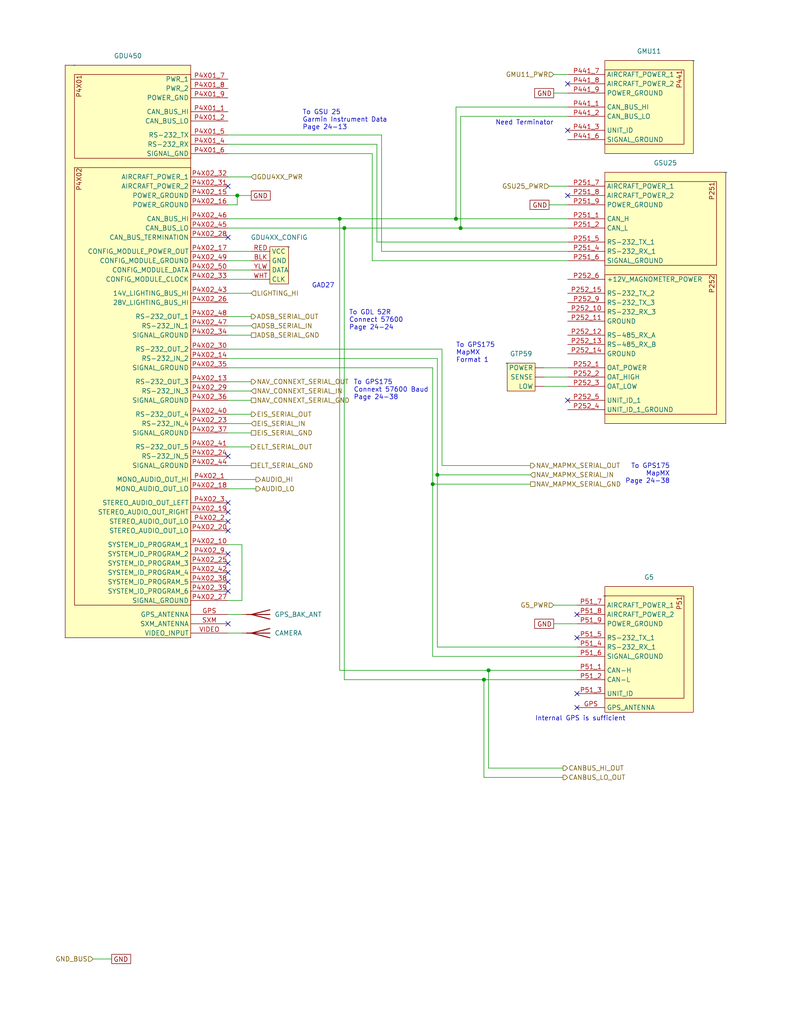
<source format=kicad_sch>
(kicad_sch (version 20230121) (generator eeschema)
  (paper "USLetter" portrait)
  (title_block (title "PFD & ADAHRS") (date "2024-02-14") (rev "0.9.3") (company "N877RV"))
  (lib_symbols
    (symbol "Device:Antenna" (pin_numbers hide) (pin_names (offset 1.016) hide)
      (property "Reference" "AE" (at -1.905 1.905 0))
      (property "Value" "Antenna" (at -1.905 0 0))
      (symbol "Antenna_0_1"
        (polyline (pts (xy 0 2.54) (xy 0 -3.81)) (stroke (width 0.254)))
        (polyline (pts (xy 1.27 2.54) (xy 0 -2.54) (xy -1.27 2.54)) (stroke (width 0.254)))
      )
      (symbol "Antenna_1_1"
        (pin input line (at 0 -5.08 90) (length 2.54) (name "A") (number "1"))
      )
    )
    (symbol "flyerx:Garmin_Config"
      (property "Reference" "CONFIG" (at 3.81 1.27 0))
      (symbol "Garmin_Config_1_1"
        (rectangle (start 0 0) (end 5.08 -10.16) (fill (type background)))
        (pin passive line (at 10.16 -3.81 180) (length 5.08) (name "GND") (number "BLK"))
        (pin power_in line (at 10.16 -1.27 180) (length 5.08) (name "VCC") (number "RED"))
        (pin input line (at 10.16 -8.89 180) (length 5.08) (name "CLK") (number "WHT"))
        (pin bidirectional line (at 10.16 -6.35 180) (length 5.08) (name "DATA") (number "YLW"))
      )
    )
    (symbol "flyerx:Garmin_G5"
      (property "Reference" "G" (at 0 1.27 0))
      (symbol "Garmin_G5_1_1"
        (rectangle (start 0 0) (end 24.13 -34.29) (fill (type background)))
        (rectangle (start 2.54 -2.54) (end 24.13 -30.48) (fill (type background)))
        (text "P51" (at 3.81 -2.54 900) (effects (font (size 1.27 1.27)) (justify right)))
        (pin input line (at 31.75 -33.02 180) (length 7.62) (name "GPS_ANTENNA") (number "GPS"))
        (pin bidirectional line (at 31.75 -22.86 180) (length 7.62) (name "CAN-H") (number "P51_1"))
        (pin bidirectional line (at 31.75 -25.4 180) (length 7.62) (name "CAN-L") (number "P51_2"))
        (pin bidirectional line (at 31.75 -29.21 180) (length 7.62) (name "UNIT_ID") (number "P51_3"))
        (pin input line (at 31.75 -16.51 180) (length 7.62) (name "RS-232_RX_1") (number "P51_4"))
        (pin output line (at 31.75 -13.97 180) (length 7.62) (name "RS-232_TX_1") (number "P51_5"))
        (pin passive line (at 31.75 -19.05 180) (length 7.62) (name "SIGNAL_GROUND") (number "P51_6"))
        (pin power_in line (at 31.75 -5.08 180) (length 7.62) (name "AIRCRAFT_POWER_1") (number "P51_7"))
        (pin power_in line (at 31.75 -7.62 180) (length 7.62) (name "AIRCRAFT_POWER_2") (number "P51_8"))
        (pin passive line (at 31.75 -10.16 180) (length 7.62) (name "POWER_GROUND") (number "P51_9"))
      )
    )
    (symbol "flyerx:Garmin_GDU4XX"
      (property "Reference" "GDU" (at 3.81 1.27 0))
      (symbol "Garmin_GDU4XX_1_1"
        (rectangle (start 0 0) (end 34.29 -156.21) (fill (type background)))
        (rectangle (start 2.54 -27.94) (end 34.29 -147.32) (fill (type background)))
        (rectangle (start 2.54 -2.54) (end 34.29 -25.4) (fill (type background)))
        (text "P4X01" (at 3.81 -2.54 900) (effects (font (size 1.27 1.27)) (justify right)))
        (text "P4X02" (at 3.81 -27.94 900) (effects (font (size 1.27 1.27)) (justify right)))
        (pin input line (at 44.45 -149.86 180) (length 10.16) (name "GPS_ANTENNA") (number "GPS"))
        (pin bidirectional line (at 44.45 -12.7 180) (length 10.16) (name "CAN_BUS_HI") (number "P4X01_1"))
        (pin bidirectional line (at 44.45 -15.24 180) (length 10.16) (name "CAN_BUS_LO") (number "P4X01_2"))
        (pin input line (at 44.45 -21.59 180) (length 10.16) (name "RS-232_RX") (number "P4X01_4"))
        (pin output line (at 44.45 -19.05 180) (length 10.16) (name "RS-232_TX") (number "P4X01_5"))
        (pin passive line (at 44.45 -24.13 180) (length 10.16) (name "SIGNAL_GND") (number "P4X01_6"))
        (pin power_in line (at 44.45 -3.81 180) (length 10.16) (name "PWR_1") (number "P4X01_7"))
        (pin power_in line (at 44.45 -6.35 180) (length 10.16) (name "PWR_2") (number "P4X01_8"))
        (pin passive line (at 44.45 -8.89 180) (length 10.16) (name "POWER_GND") (number "P4X01_9"))
        (pin output line (at 44.45 -113.03 180) (length 10.16) (name "MONO_AUDIO_OUT_HI") (number "P4X02_1"))
        (pin bidirectional line (at 44.45 -130.81 180) (length 10.16) (name "SYSTEM_ID_PROGRAM_1") (number "P4X02_10"))
        (pin output line (at 44.45 -86.36 180) (length 10.16) (name "RS-232_OUT_3") (number "P4X02_13"))
        (pin input line (at 44.45 -80.01 180) (length 10.16) (name "RS-232_IN_2") (number "P4X02_14"))
        (pin passive line (at 44.45 -35.56 180) (length 10.16) (name "POWER_GROUND") (number "P4X02_15"))
        (pin passive line (at 44.45 -38.1 180) (length 10.16) (name "POWER_GROUND") (number "P4X02_16"))
        (pin power_out line (at 44.45 -50.8 180) (length 10.16) (name "CONFIG_MODULE_POWER_OUT") (number "P4X02_17"))
        (pin passive line (at 44.45 -115.57 180) (length 10.16) (name "MONO_AUDIO_OUT_LO") (number "P4X02_18"))
        (pin output line (at 44.45 -121.92 180) (length 10.16) (name "STEREO_AUDIO_OUT_RIGHT") (number "P4X02_19"))
        (pin passive line (at 44.45 -124.46 180) (length 10.16) (name "STEREO_AUDIO_OUT_LO") (number "P4X02_2"))
        (pin passive line (at 44.45 -127 180) (length 10.16) (name "STEREO_AUDIO_OUT_LO") (number "P4X02_20"))
        (pin input line (at 44.45 -97.79 180) (length 10.16) (name "RS-232_IN_4") (number "P4X02_23"))
        (pin input line (at 44.45 -106.68 180) (length 10.16) (name "RS-232_IN_5") (number "P4X02_24"))
        (pin bidirectional line (at 44.45 -135.89 180) (length 10.16) (name "SYSTEM_ID_PROGRAM_3") (number "P4X02_25"))
        (pin input line (at 44.45 -64.77 180) (length 10.16) (name "28V_LIGHTING_BUS_HI") (number "P4X02_26"))
        (pin passive line (at 44.45 -146.05 180) (length 10.16) (name "SIGNAL_GROUND") (number "P4X02_27"))
        (pin passive line (at 44.45 -46.99 180) (length 10.16) (name "CAN_BUS_TERMINATION") (number "P4X02_28"))
        (pin input line (at 44.45 -88.9 180) (length 10.16) (name "RS-232_IN_3") (number "P4X02_29"))
        (pin output line (at 44.45 -119.38 180) (length 10.16) (name "STEREO_AUDIO_OUT_LEFT") (number "P4X02_3"))
        (pin output line (at 44.45 -77.47 180) (length 10.16) (name "RS-232_OUT_2") (number "P4X02_30"))
        (pin power_in line (at 44.45 -33.02 180) (length 10.16) (name "AIRCRAFT_POWER_2") (number "P4X02_31"))
        (pin power_in line (at 44.45 -30.48 180) (length 10.16) (name "AIRCRAFT_POWER_1") (number "P4X02_32"))
        (pin output line (at 44.45 -58.42 180) (length 10.16) (name "CONFIG_MODULE_CLOCK") (number "P4X02_33"))
        (pin passive line (at 44.45 -73.66 180) (length 10.16) (name "SIGNAL_GROUND") (number "P4X02_34"))
        (pin passive line (at 44.45 -82.55 180) (length 10.16) (name "SIGNAL_GROUND") (number "P4X02_35"))
        (pin passive line (at 44.45 -91.44 180) (length 10.16) (name "SIGNAL_GROUND") (number "P4X02_36"))
        (pin passive line (at 44.45 -100.33 180) (length 10.16) (name "SIGNAL_GROUND") (number "P4X02_37"))
        (pin bidirectional line (at 44.45 -140.97 180) (length 10.16) (name "SYSTEM_ID_PROGRAM_5") (number "P4X02_38"))
        (pin bidirectional line (at 44.45 -143.51 180) (length 10.16) (name "SYSTEM_ID_PROGRAM_6") (number "P4X02_39"))
        (pin output line (at 44.45 -95.25 180) (length 10.16) (name "RS-232_OUT_4") (number "P4X02_40"))
        (pin output line (at 44.45 -104.14 180) (length 10.16) (name "RS-232_OUT_5") (number "P4X02_41"))
        (pin bidirectional line (at 44.45 -138.43 180) (length 10.16) (name "SYSTEM_ID_PROGRAM_4") (number "P4X02_42"))
        (pin input line (at 44.45 -62.23 180) (length 10.16) (name "14V_LIGHTING_BUS_HI") (number "P4X02_43"))
        (pin passive line (at 44.45 -109.22 180) (length 10.16) (name "SIGNAL_GROUND") (number "P4X02_44"))
        (pin bidirectional line (at 44.45 -44.45 180) (length 10.16) (name "CAN_BUS_LO") (number "P4X02_45"))
        (pin bidirectional line (at 44.45 -41.91 180) (length 10.16) (name "CAN_BUS_HI") (number "P4X02_46"))
        (pin input line (at 44.45 -71.12 180) (length 10.16) (name "RS-232_IN_1") (number "P4X02_47"))
        (pin output line (at 44.45 -68.58 180) (length 10.16) (name "RS-232_OUT_1") (number "P4X02_48"))
        (pin passive line (at 44.45 -53.34 180) (length 10.16) (name "CONFIG_MODULE_GROUND") (number "P4X02_49"))
        (pin bidirectional line (at 44.45 -55.88 180) (length 10.16) (name "CONFIG_MODULE_DATA") (number "P4X02_50"))
        (pin bidirectional line (at 44.45 -133.35 180) (length 10.16) (name "SYSTEM_ID_PROGRAM_2") (number "P4X02_9"))
        (pin input line (at 44.45 -152.4 180) (length 10.16) (name "SXM_ANTENNA") (number "SXM"))
        (pin input line (at 44.45 -154.94 180) (length 10.16) (name "VIDEO_INPUT") (number "VIDEO"))
      )
    )
    (symbol "flyerx:Garmin_GMU11"
      (property "Reference" "GMU" (at 3.81 1.27 0))
      (symbol "Garmin_GMU11_1_1"
        (rectangle (start 0 0) (end 24.13 -25.4) (fill (type background)))
        (rectangle (start 2.54 -2.54) (end 24.13 -22.86) (fill (type background)))
        (text "P441" (at 3.81 -2.54 900) (effects (font (size 1.27 1.27)) (justify right)))
        (pin bidirectional line (at 34.29 -12.7 180) (length 10.16) (name "CAN_BUS_HI") (number "P441_1"))
        (pin bidirectional line (at 34.29 -15.24 180) (length 10.16) (name "CAN_BUS_LO") (number "P441_2"))
        (pin bidirectional line (at 34.29 -19.05 180) (length 10.16) (name "UNIT_ID") (number "P441_3"))
        (pin passive line (at 34.29 -21.59 180) (length 10.16) (name "SIGNAL_GROUND") (number "P441_6"))
        (pin power_in line (at 34.29 -3.81 180) (length 10.16) (name "AIRCRAFT_POWER_1") (number "P441_7"))
        (pin power_in line (at 34.29 -6.35 180) (length 10.16) (name "AIRCRAFT_POWER_2") (number "P441_8"))
        (pin passive line (at 34.29 -8.89 180) (length 10.16) (name "POWER_GROUND") (number "P441_9"))
      )
    )
    (symbol "flyerx:Garmin_GSU25"
      (property "Reference" "GSU" (at 3.81 1.27 0))
      (symbol "Garmin_GSU25_1_1"
        (rectangle (start 0 0) (end 33.02 -68.58) (fill (type background)))
        (rectangle (start 2.54 -27.94) (end 33.02 -66.04) (fill (type background)))
        (rectangle (start 2.54 -2.54) (end 33.02 -25.4) (fill (type background)))
        (text "P251" (at 3.81 -2.54 900) (effects (font (size 1.27 1.27)) (justify right)))
        (text "P252" (at 3.81 -27.94 900) (effects (font (size 1.27 1.27)) (justify right)))
        (pin bidirectional line (at 43.18 -12.7 180) (length 10.16) (name "CAN_H") (number "P251_1"))
        (pin bidirectional line (at 43.18 -15.24 180) (length 10.16) (name "CAN_L") (number "P251_2"))
        (pin input line (at 43.18 -21.59 180) (length 10.16) (name "RS-232_RX_1") (number "P251_4"))
        (pin output line (at 43.18 -19.05 180) (length 10.16) (name "RS-232_TX_1") (number "P251_5"))
        (pin bidirectional line (at 43.18 -24.13 180) (length 10.16) (name "SIGNAL_GROUND") (number "P251_6"))
        (pin power_in line (at 43.18 -3.81 180) (length 10.16) (name "AIRCRAFT_POWER_1") (number "P251_7"))
        (pin power_in line (at 43.18 -6.35 180) (length 10.16) (name "AIRCRAFT_POWER_2") (number "P251_8"))
        (pin bidirectional line (at 43.18 -8.89 180) (length 10.16) (name "POWER_GROUND") (number "P251_9"))
        (pin power_out line (at 43.18 -53.34 180) (length 10.16) (name "OAT_POWER") (number "P252_1"))
        (pin input line (at 43.18 -38.1 180) (length 10.16) (name "RS-232_RX_3") (number "P252_10"))
        (pin bidirectional line (at 43.18 -40.64 180) (length 10.16) (name "GROUND") (number "P252_11"))
        (pin input line (at 43.18 -44.45 180) (length 10.16) (name "RS-485_RX_A") (number "P252_12"))
        (pin input line (at 43.18 -46.99 180) (length 10.16) (name "RS-485_RX_B") (number "P252_13"))
        (pin bidirectional line (at 43.18 -49.53 180) (length 10.16) (name "GROUND") (number "P252_14"))
        (pin output line (at 43.18 -33.02 180) (length 10.16) (name "RS-232_TX_2") (number "P252_15"))
        (pin input line (at 43.18 -55.88 180) (length 10.16) (name "OAT_HIGH") (number "P252_2"))
        (pin bidirectional line (at 43.18 -58.42 180) (length 10.16) (name "OAT_LOW") (number "P252_3"))
        (pin bidirectional line (at 43.18 -64.77 180) (length 10.16) (name "UNIT_ID_1_GROUND") (number "P252_4"))
        (pin bidirectional line (at 43.18 -62.23 180) (length 10.16) (name "UNIT_ID_1") (number "P252_5"))
        (pin power_out line (at 43.18 -29.21 180) (length 10.16) (name "+12V_MAGNOMETER_POWER") (number "P252_6"))
        (pin output line (at 43.18 -35.56 180) (length 10.16) (name "RS-232_TX_3") (number "P252_9"))
      )
    )
    (symbol "flyerx:Garmin_GTP59"
      (property "Reference" "GTP" (at 3.81 1.27 0))
      (symbol "Garmin_GTP59_1_1"
        (rectangle (start 0 0) (end 7.62 -7.62) (fill (type background)))
        (pin passive line (at 10.16 -6.35 180) (length 2.54) (name "LOW") (number ""))
        (pin power_in line (at 10.16 -1.27 180) (length 2.54) (name "POWER") (number ""))
        (pin output line (at 10.16 -3.81 180) (length 2.54) (name "SENSE") (number ""))
      )
    )
  )
  (junction (at 125.73 62.23))
  (junction (at 92.71 59.69))
  (junction (at 132.08 185.42))
  (junction (at 93.98 62.23))
  (junction (at 133.35 182.88))
  (junction (at 124.46 59.69))
  (junction (at 118.11 132.08))
  (junction (at 119.38 129.54))
  (junction (at 64.77 53.34))
  (no_connect (at 154.94 22.86))
  (no_connect (at 157.48 193.04))
  (no_connect (at 62.23 151.13))
  (no_connect (at 154.94 35.56))
  (no_connect (at 62.23 156.21))
  (no_connect (at 154.94 53.34))
  (no_connect (at 157.48 189.23))
  (no_connect (at 62.23 161.29))
  (no_connect (at 62.23 144.78))
  (no_connect (at 62.23 124.46))
  (no_connect (at 157.48 167.64))
  (no_connect (at 154.94 109.22))
  (no_connect (at 62.23 153.67))
  (no_connect (at 62.23 64.77))
  (no_connect (at 62.23 170.18))
  (no_connect (at 62.23 158.75))
  (no_connect (at 62.23 139.7))
  (no_connect (at 157.48 173.99))
  (no_connect (at 62.23 137.16))
  (no_connect (at 62.23 142.24))
  (no_connect (at 62.23 50.8))
  (wire (pts (xy 154.94 68.58) (xy 104.14 68.58)))
  (wire (pts (xy 62.23 86.36) (xy 68.58 86.36)))
  (wire (pts (xy 62.23 76.2) (xy 68.58 76.2)))
  (wire (pts (xy 148.59 105.41) (xy 154.94 105.41)))
  (wire (pts (xy 118.11 132.08) (xy 144.78 132.08)))
  (wire (pts (xy 62.23 59.69) (xy 92.71 59.69)))
  (wire (pts (xy 62.23 55.88) (xy 64.77 55.88)))
  (wire (pts (xy 62.23 39.37) (xy 102.87 39.37)))
  (wire (pts (xy 149.86 50.8) (xy 154.94 50.8)))
  (wire (pts (xy 62.23 68.58) (xy 68.58 68.58)))
  (wire (pts (xy 64.77 55.88) (xy 64.77 53.34)))
  (wire (pts (xy 124.46 59.69) (xy 154.94 59.69)))
  (wire (pts (xy 25.4 261.62) (xy 30.48 261.62)))
  (wire (pts (xy 119.38 97.79) (xy 62.23 97.79)))
  (wire (pts (xy 101.6 71.12) (xy 101.6 41.91)))
  (wire (pts (xy 120.65 95.25) (xy 62.23 95.25)))
  (wire (pts (xy 154.94 31.75) (xy 125.73 31.75)))
  (wire (pts (xy 66.04 148.59) (xy 66.04 163.83)))
  (wire (pts (xy 104.14 36.83) (xy 104.14 68.58)))
  (wire (pts (xy 62.23 109.22) (xy 68.58 109.22)))
  (wire (pts (xy 102.87 39.37) (xy 102.87 66.04)))
  (wire (pts (xy 62.23 115.57) (xy 68.58 115.57)))
  (wire (pts (xy 62.23 71.12) (xy 68.58 71.12)))
  (wire (pts (xy 132.08 212.09) (xy 132.08 185.42)))
  (wire (pts (xy 118.11 179.07) (xy 118.11 132.08)))
  (wire (pts (xy 120.65 127) (xy 120.65 95.25)))
  (wire (pts (xy 62.23 130.81) (xy 69.85 130.81)))
  (wire (pts (xy 125.73 31.75) (xy 125.73 62.23)))
  (wire (pts (xy 133.35 209.55) (xy 153.67 209.55)))
  (wire (pts (xy 62.23 53.34) (xy 64.77 53.34)))
  (wire (pts (xy 132.08 212.09) (xy 153.67 212.09)))
  (wire (pts (xy 151.13 165.1) (xy 157.48 165.1)))
  (wire (pts (xy 154.94 66.04) (xy 102.87 66.04)))
  (wire (pts (xy 93.98 185.42) (xy 132.08 185.42)))
  (wire (pts (xy 132.08 185.42) (xy 157.48 185.42)))
  (wire (pts (xy 101.6 71.12) (xy 154.94 71.12)))
  (wire (pts (xy 62.23 167.64) (xy 66.04 167.64)))
  (wire (pts (xy 62.23 80.01) (xy 68.58 80.01)))
  (wire (pts (xy 133.35 182.88) (xy 157.48 182.88)))
  (wire (pts (xy 62.23 36.83) (xy 104.14 36.83)))
  (wire (pts (xy 62.23 121.92) (xy 68.58 121.92)))
  (wire (pts (xy 157.48 179.07) (xy 118.11 179.07)))
  (wire (pts (xy 62.23 62.23) (xy 93.98 62.23)))
  (wire (pts (xy 101.6 41.91) (xy 62.23 41.91)))
  (wire (pts (xy 151.13 20.32) (xy 154.94 20.32)))
  (wire (pts (xy 149.86 55.88) (xy 154.94 55.88)))
  (wire (pts (xy 119.38 129.54) (xy 119.38 97.79)))
  (wire (pts (xy 119.38 176.53) (xy 119.38 129.54)))
  (wire (pts (xy 120.65 127) (xy 144.78 127)))
  (wire (pts (xy 125.73 62.23) (xy 154.94 62.23)))
  (wire (pts (xy 62.23 133.35) (xy 69.85 133.35)))
  (wire (pts (xy 133.35 209.55) (xy 133.35 182.88)))
  (wire (pts (xy 62.23 172.72) (xy 66.04 172.72)))
  (wire (pts (xy 62.23 48.26) (xy 68.58 48.26)))
  (wire (pts (xy 151.13 170.18) (xy 157.48 170.18)))
  (wire (pts (xy 118.11 100.33) (xy 62.23 100.33)))
  (wire (pts (xy 62.23 118.11) (xy 68.58 118.11)))
  (wire (pts (xy 62.23 106.68) (xy 68.58 106.68)))
  (wire (pts (xy 148.59 102.87) (xy 154.94 102.87)))
  (wire (pts (xy 157.48 176.53) (xy 119.38 176.53)))
  (wire (pts (xy 62.23 91.44) (xy 68.58 91.44)))
  (wire (pts (xy 62.23 104.14) (xy 68.58 104.14)))
  (wire (pts (xy 62.23 88.9) (xy 68.58 88.9)))
  (wire (pts (xy 148.59 100.33) (xy 154.94 100.33)))
  (wire (pts (xy 93.98 62.23) (xy 125.73 62.23)))
  (wire (pts (xy 93.98 62.23) (xy 93.98 185.42)))
  (wire (pts (xy 118.11 132.08) (xy 118.11 100.33)))
  (wire (pts (xy 62.23 113.03) (xy 68.58 113.03)))
  (wire (pts (xy 154.94 29.21) (xy 124.46 29.21)))
  (wire (pts (xy 92.71 59.69) (xy 92.71 182.88)))
  (wire (pts (xy 92.71 59.69) (xy 124.46 59.69)))
  (wire (pts (xy 151.13 25.4) (xy 154.94 25.4)))
  (wire (pts (xy 92.71 182.88) (xy 133.35 182.88)))
  (wire (pts (xy 62.23 127) (xy 68.58 127)))
  (wire (pts (xy 62.23 148.59) (xy 66.04 148.59)))
  (wire (pts (xy 119.38 129.54) (xy 144.78 129.54)))
  (wire (pts (xy 62.23 73.66) (xy 68.58 73.66)))
  (wire (pts (xy 66.04 163.83) (xy 62.23 163.83)))
  (wire (pts (xy 124.46 29.21) (xy 124.46 59.69)))
  (wire (pts (xy 64.77 53.34) (xy 68.58 53.34)))
  (text "GAD27" (at 85.09 78.74 0) (effects (font (size 1.27 1.27)) (justify left bottom)))
  (text "Internal GPS is sufficient" (at 146.05 196.85 0) (effects (font (size 1.27 1.27)) (justify left bottom)))
  (text "To GPS175\nMapMX\nPage 24-38" (at 182.88 132.08 0) (effects (font (size 1.27 1.27)) (justify right bottom)))
  (text "Need Terminator" (at 151.13 34.29 0) (effects (font (size 1.27 1.27)) (justify right bottom)))
  (text "To GSU 25\nGarmin Instrument Data\nPage 24-13" (at 82.55 35.56 0) (effects (font (size 1.27 1.27)) (justify left bottom)))
  (text "To GDL 52R\nConnect 57600\nPage 24-24" (at 95.25 90.17 0) (effects (font (size 1.27 1.27)) (justify left bottom)))
  (text "To GPS175\nMapMX\nFormat 1" (at 124.46 99.06 0) (effects (font (size 1.27 1.27)) (justify left bottom)))
  (text "To GPS175\nConnext 57600 Baud\nPage 24-38" (at 96.52 109.22 0) (effects (font (size 1.27 1.27)) (justify left bottom)))
  (global_label "GND" (shape passive) (at 151.13 170.18 180) (property "Intersheetrefs" "${INTERSHEET_REFS}" (effects hide)))
  (global_label "GND" (shape passive) (at 30.48 261.62 0) (property "Intersheetrefs" "${INTERSHEET_REFS}" (effects hide)))
  (global_label "GND" (shape passive) (at 149.86 55.88 180) (property "Intersheetrefs" "${INTERSHEET_REFS}" (effects hide)))
  (global_label "GND" (shape passive) (at 68.58 53.34 0) (property "Intersheetrefs" "${INTERSHEET_REFS}" (effects hide)))
  (global_label "GND" (shape passive) (at 151.13 25.4 180) (property "Intersheetrefs" "${INTERSHEET_REFS}" (effects hide)))
  (hierarchical_label "ADSB_SERIAL_GND" (shape passive) (at 68.58 91.44 0))
  (hierarchical_label "LIGHTING_HI" (shape input) (at 68.58 80.01 0))
  (hierarchical_label "CANBUS_HI_OUT" (shape output) (at 153.67 209.55 0))
  (hierarchical_label "GMU11_PWR" (shape input) (at 151.13 20.32 180))
  (hierarchical_label "EIS_SERIAL_GND" (shape passive) (at 68.58 118.11 0))
  (hierarchical_label "GDU4XX_PWR" (shape input) (at 68.58 48.26 0))
  (hierarchical_label "AUDIO_HI" (shape output) (at 69.85 130.81 0))
  (hierarchical_label "NAV_MAPMX_SERIAL_GND" (shape passive) (at 144.78 132.08 0))
  (hierarchical_label "EIS_SERIAL_OUT" (shape output) (at 68.58 113.03 0))
  (hierarchical_label "NAV_MAPMX_SERIAL_OUT" (shape output) (at 144.78 127 0))
  (hierarchical_label "ELT_SERIAL_GND" (shape passive) (at 68.58 127 0))
  (hierarchical_label "NAV_CONNEXT_SERIAL_OUT" (shape output) (at 68.58 104.14 0))
  (hierarchical_label "ADSB_SERIAL_IN" (shape input) (at 68.58 88.9 0))
  (hierarchical_label "ELT_SERIAL_OUT" (shape output) (at 68.58 121.92 0))
  (hierarchical_label "CANBUS_LO_OUT" (shape output) (at 153.67 212.09 0))
  (hierarchical_label "NAV_MAPMX_SERIAL_IN" (shape input) (at 144.78 129.54 0))
  (hierarchical_label "GND_BUS" (shape input) (at 25.4 261.62 180))
  (hierarchical_label "NAV_CONNEXT_SERIAL_GND" (shape passive) (at 68.58 109.22 0))
  (hierarchical_label "AUDIO_LO" (shape output) (at 69.85 133.35 0))
  (hierarchical_label "G5_PWR" (shape input) (at 151.13 165.1 180))
  (hierarchical_label "NAV_CONNEXT_SERIAL_IN" (shape input) (at 68.58 106.68 0))
  (hierarchical_label "GSU25_PWR" (shape input) (at 149.86 50.8 180))
  (hierarchical_label "ADSB_SERIAL_OUT" (shape output) (at 68.58 86.36 0))
  (hierarchical_label "EIS_SERIAL_IN" (shape input) (at 68.58 115.57 0))
  (symbol (lib_id "flyerx:Garmin_GTP59") (at 138.43 99.06 0) (unit 1)
    (property "Reference" "GTP59" (at 142.24 96.52 0))
    (property "Value" "~" (at 138.43 99.06 0))
  )
  (symbol (lib_id "Device:Antenna") (at 71.12 172.72 270) (unit 1)
    (property "Reference" "CAMERA" (at 74.93 172.72 90) (effects (justify left)))
    (property "Value" "Antenna" (effects hide))
  )
  (symbol (lib_id "flyerx:Garmin_GSU25") (at 198.12 46.99 0) (mirror y) (unit 1)
    (property "Reference" "GSU25" (at 181.61 44.45 0))
    (property "Value" "~" (at 198.12 46.99 0))
  )
  (symbol (lib_id "flyerx:Garmin_G5") (at 189.23 160.02 0) (mirror y) (unit 1)
    (property "Reference" "G5" (at 177.165 157.48 0))
    (property "Value" "~" (at 165.1 162.56 0))
  )
  (symbol (lib_id "Device:Antenna") (at 71.12 167.64 270) (unit 1)
    (property "Reference" "GPS_BAK_ANT" (at 74.93 167.64 90) (effects (justify left)))
    (property "Value" "Antenna" (effects hide))
  )
  (symbol (lib_id "flyerx:Garmin_Config") (at 78.74 67.31 0) (mirror y) (unit 1)
    (property "Reference" "GDU4XX_CONFIG" (at 76.2 64.77 0))
    (property "Value" "~" (at 78.74 67.31 0))
  )
  (symbol (lib_id "flyerx:Garmin_GDU4XX") (at 17.78 17.78 0) (unit 1)
    (property "Reference" "GDU450" (at 34.925 15.24 0))
    (property "Value" "~" (at 20.32 17.78 0))
  )
  (symbol (lib_id "flyerx:Garmin_GMU11") (at 189.23 16.51 0) (mirror y) (unit 1)
    (property "Reference" "GMU11" (at 177.165 13.97 0))
    (property "Value" "~" (at 189.23 16.51 0))
  )
)
</source>
